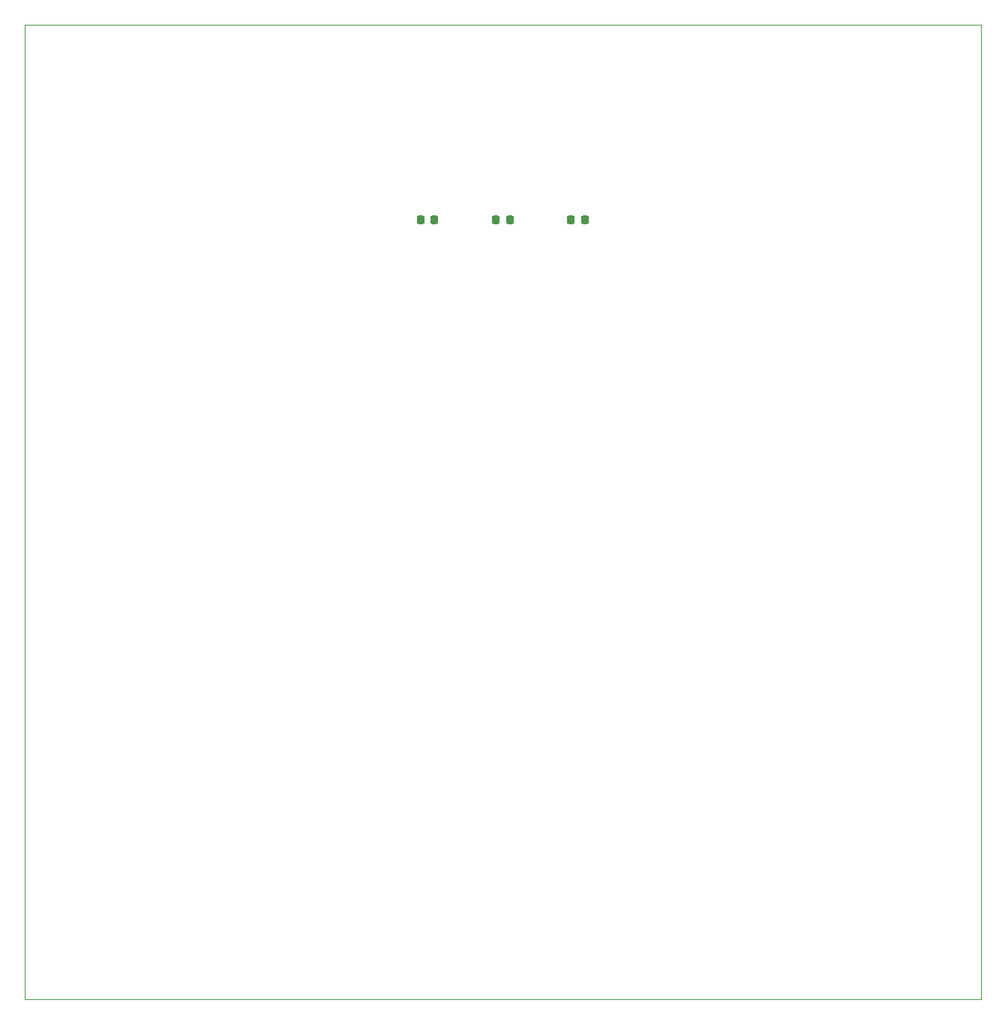
<source format=gbr>
%TF.GenerationSoftware,KiCad,Pcbnew,5.99.0-unknown-b84d1456d5~131~ubuntu20.04.1*%
%TF.CreationDate,2021-09-23T18:16:05-05:00*%
%TF.ProjectId,AP2000,41503230-3030-42e6-9b69-6361645f7063,rev?*%
%TF.SameCoordinates,Original*%
%TF.FileFunction,Paste,Bot*%
%TF.FilePolarity,Positive*%
%FSLAX46Y46*%
G04 Gerber Fmt 4.6, Leading zero omitted, Abs format (unit mm)*
G04 Created by KiCad (PCBNEW 5.99.0-unknown-b84d1456d5~131~ubuntu20.04.1) date 2021-09-23 18:16:05*
%MOMM*%
%LPD*%
G01*
G04 APERTURE LIST*
G04 Aperture macros list*
%AMRoundRect*
0 Rectangle with rounded corners*
0 $1 Rounding radius*
0 $2 $3 $4 $5 $6 $7 $8 $9 X,Y pos of 4 corners*
0 Add a 4 corners polygon primitive as box body*
4,1,4,$2,$3,$4,$5,$6,$7,$8,$9,$2,$3,0*
0 Add four circle primitives for the rounded corners*
1,1,$1+$1,$2,$3*
1,1,$1+$1,$4,$5*
1,1,$1+$1,$6,$7*
1,1,$1+$1,$8,$9*
0 Add four rect primitives between the rounded corners*
20,1,$1+$1,$2,$3,$4,$5,0*
20,1,$1+$1,$4,$5,$6,$7,0*
20,1,$1+$1,$6,$7,$8,$9,0*
20,1,$1+$1,$8,$9,$2,$3,0*%
G04 Aperture macros list end*
%TA.AperFunction,Profile*%
%ADD10C,0.100000*%
%TD*%
%ADD11RoundRect,0.218750X-0.218750X-0.256250X0.218750X-0.256250X0.218750X0.256250X-0.218750X0.256250X0*%
G04 APERTURE END LIST*
D10*
X108000000Y0D02*
X108000000Y-110000000D01*
X0Y0D02*
X108000000Y0D01*
X0Y-110000000D02*
X108000000Y-110000000D01*
X0Y-110000000D02*
X0Y0D01*
D11*
X61712500Y-22000000D03*
X63287500Y-22000000D03*
X44712500Y-22000000D03*
X46287500Y-22000000D03*
X53212500Y-22000000D03*
X54787500Y-22000000D03*
M02*

</source>
